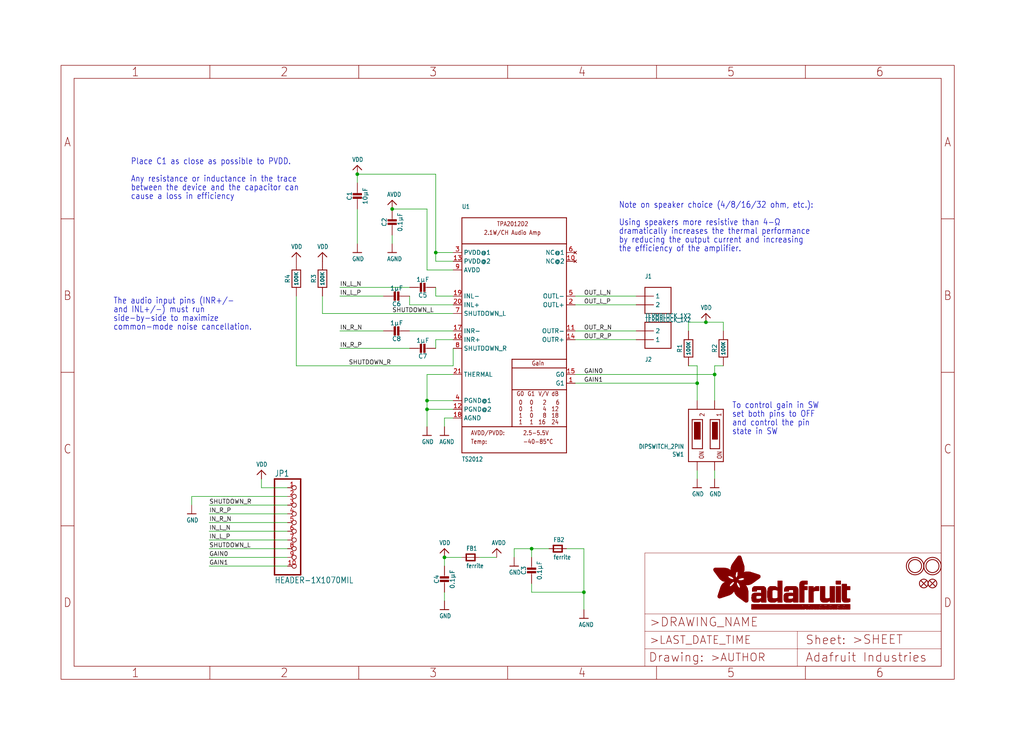
<source format=kicad_sch>
(kicad_sch (version 20211123) (generator eeschema)
  (paper "User" 298.45 217.881)
  (lib_symbols
    (symbol "eagleSchem-eagle-import:AGND" (power)
      (property "Value" "AGND" (at -1.524 -2.54 0))
      (symbol "AGND_1_0"
        (pin power_in line (at 0 2.54 270) (length 2.54) (name "AGND") (number "1"))
      )
    )
    (symbol "eagleSchem-eagle-import:AUDIOAMP_TPA2012D2"
      (property "Reference" "U" (at -15.24 33.02 0))
      (property "Value" "AUDIOAMP_TPA2012D2" (at -15.24 -40.64 0))
      (symbol "AUDIOAMP_TPA2012D2_1_0"
        (text "-40-85°C" (at 2.54 -35.56 0) (effects (font (size 1.27 1.0795)) (justify left bottom)))
        (text "0" (at 1.27 -26.035 0) (effects (font (size 1.27 1.0795)) (justify left bottom)))
        (text "0" (at 1.27 -24.13 0) (effects (font (size 1.27 1.0795)) (justify left bottom)))
        (text "0" (at 4.445 -27.94 0) (effects (font (size 1.27 1.0795)) (justify left bottom)))
        (text "0" (at 4.445 -24.13 0) (effects (font (size 1.27 1.0795)) (justify left bottom)))
        (text "1" (at 1.27 -29.845 0) (effects (font (size 1.27 1.0795)) (justify left bottom)))
        (text "1" (at 1.27 -27.94 0) (effects (font (size 1.27 1.0795)) (justify left bottom)))
        (text "1" (at 4.445 -29.845 0) (effects (font (size 1.27 1.0795)) (justify left bottom)))
        (text "1" (at 4.445 -26.035 0) (effects (font (size 1.27 1.0795)) (justify left bottom)))
        (text "12" (at 10.795 -26.035 0) (effects (font (size 1.27 1.0795)) (justify left bottom)))
        (text "16" (at 6.985 -29.845 0) (effects (font (size 1.27 1.0795)) (justify left bottom)))
        (text "18" (at 10.795 -27.94 0) (effects (font (size 1.27 1.0795)) (justify left bottom)))
        (text "2" (at 8.255 -24.13 0) (effects (font (size 1.27 1.0795)) (justify left bottom)))
        (text "2.1W/CH Audio Amp" (at -8.89 25.4 0) (effects (font (size 1.27 1.0795)) (justify left bottom)))
        (text "2.5-5.5V" (at 2.54 -33.02 0) (effects (font (size 1.27 1.0795)) (justify left bottom)))
        (text "24" (at 10.795 -29.845 0) (effects (font (size 1.27 1.0795)) (justify left bottom)))
        (text "4" (at 8.255 -26.035 0) (effects (font (size 1.27 1.0795)) (justify left bottom)))
        (text "6" (at 12.065 -24.13 0) (effects (font (size 1.27 1.0795)) (justify left bottom)))
        (text "8" (at 8.255 -27.94 0) (effects (font (size 1.27 1.0795)) (justify left bottom)))
        (text "AVDD/PVDD:" (at -12.7 -33.02 0) (effects (font (size 1.27 1.0795)) (justify left bottom)))
        (text "dB" (at 10.795 -21.59 0) (effects (font (size 1.27 1.0795)) (justify left bottom)))
        (text "G0" (at 0.635 -21.59 0) (effects (font (size 1.27 1.0795)) (justify left bottom)))
        (text "G1" (at 3.81 -21.59 0) (effects (font (size 1.27 1.0795)) (justify left bottom)))
        (text "Gain" (at 5.08 -12.7 0) (effects (font (size 1.27 1.0795)) (justify left bottom)))
        (text "Temp:" (at -12.7 -35.56 0) (effects (font (size 1.27 1.0795)) (justify left bottom)))
        (text "TPA2012D2" (at -5.08 27.94 0) (effects (font (size 1.27 1.0795)) (justify left bottom)))
        (text "V/V" (at 6.985 -21.59 0) (effects (font (size 1.27 1.0795)) (justify left bottom)))
        (pin input line (at 17.78 -17.78 180) (length 2.54) (name "G1") (number "1"))
        (pin no_connect line (at 17.78 17.78 180) (length 2.54) (name "NC@2") (number "10"))
        (pin output line (at 17.78 -2.54 180) (length 2.54) (name "OUTR-") (number "11"))
        (pin power_in line (at -17.78 -25.4 0) (length 2.54) (name "PGND@2") (number "12"))
        (pin power_in line (at -17.78 17.78 0) (length 2.54) (name "PVDD@2") (number "13"))
        (pin output line (at 17.78 -5.08 180) (length 2.54) (name "OUTR+") (number "14"))
        (pin input line (at 17.78 -15.24 180) (length 2.54) (name "G0") (number "15"))
        (pin input line (at -17.78 -5.08 0) (length 2.54) (name "INR+") (number "16"))
        (pin input line (at -17.78 -2.54 0) (length 2.54) (name "INR-") (number "17"))
        (pin power_in line (at -17.78 -27.94 0) (length 2.54) (name "AGND") (number "18"))
        (pin input line (at -17.78 7.62 0) (length 2.54) (name "INL-") (number "19"))
        (pin output line (at 17.78 5.08 180) (length 2.54) (name "OUTL+") (number "2"))
        (pin input line (at -17.78 5.08 0) (length 2.54) (name "INL+") (number "20"))
        (pin bidirectional line (at -17.78 -15.24 0) (length 2.54) (name "THERMAL") (number "21"))
        (pin power_in line (at -17.78 20.32 0) (length 2.54) (name "PVDD@1") (number "3"))
        (pin power_in line (at -17.78 -22.86 0) (length 2.54) (name "PGND@1") (number "4"))
        (pin output line (at 17.78 7.62 180) (length 2.54) (name "OUTL-") (number "5"))
        (pin no_connect line (at 17.78 20.32 180) (length 2.54) (name "NC@1") (number "6"))
        (pin input line (at -17.78 2.54 0) (length 2.54) (name "SHUTDOWN_L") (number "7"))
        (pin input line (at -17.78 -7.62 0) (length 2.54) (name "SHUTDOWN_R") (number "8"))
        (pin power_in line (at -17.78 15.24 0) (length 2.54) (name "AVDD") (number "9"))
      )
    )
    (symbol "eagleSchem-eagle-import:AVDD" (power)
      (property "Value" "AVDD" (at -1.524 1.016 0))
      (symbol "AVDD_1_0"
        (pin power_in line (at 0 -2.54 90) (length 2.54) (name "AVDD") (number "1"))
      )
    )
    (symbol "eagleSchem-eagle-import:CAP_CERAMIC_0805MP"
      (property "Reference" "C" (at -2.29 1.25 90))
      (property "Value" "CAP_CERAMIC_0805MP" (at 2.3 1.25 90))
      (symbol "CAP_CERAMIC_0805MP_1_0"
        (pin passive line (at 0 5.08 270) (length 2.54) (name "1") (number "1"))
        (pin passive line (at 0 -2.54 90) (length 2.54) (name "2") (number "2"))
      )
    )
    (symbol "eagleSchem-eagle-import:DIPSWITCH_2PIN"
      (property "Reference" "SW" (at 6.35 4.826 0))
      (property "Value" "DIPSWITCH_2PIN" (at 6.35 2.54 0))
      (symbol "DIPSWITCH_2PIN_1_0"
        (text "1" (at -3.08 -5.434 900) (effects (font (size 1.27 1.0795)) (justify right top)))
        (text "2" (at 1.83 -5.434 900) (effects (font (size 1.27 1.0795)) (justify right top)))
        (text "ON" (at -3.25 6.934 900) (effects (font (size 1.27 1.0795)) (justify right top)))
        (text "ON" (at 2 6.934 900) (effects (font (size 1.27 1.0795)) (justify right top)))
        (pin bidirectional line (at -2.54 -10.16 90) (length 2.54) (name "1OFF") (number "1OFF"))
        (pin bidirectional line (at -2.54 10.16 270) (length 2.54) (name "1ON") (number "1ON"))
        (pin bidirectional line (at 2.54 -10.16 90) (length 2.54) (name "2OFF") (number "2OFF"))
        (pin bidirectional line (at 2.54 10.16 270) (length 2.54) (name "2ON") (number "2ON"))
      )
    )
    (symbol "eagleSchem-eagle-import:FERRITE_0805MP"
      (property "Reference" "FB" (at -1.27 1.905 0))
      (property "Value" "FERRITE_0805MP" (at -1.27 -3.175 0))
      (symbol "FERRITE_0805MP_1_0"
        (pin passive line (at -2.54 0 0) (length 2.54) (name "P$1") (number "1"))
        (pin passive line (at 2.54 0 180) (length 2.54) (name "P$2") (number "2"))
      )
    )
    (symbol "eagleSchem-eagle-import:FIDUCIAL{dblquote}{dblquote}")
    (symbol "eagleSchem-eagle-import:FRAME_A4_ADAFRUIT"
      (symbol "FRAME_A4_ADAFRUIT_1_0"
        (text "1" (at 21.6958 1.905 0) (effects (font (size 2.54 2.286))))
        (text "1" (at 21.6958 177.165 0) (effects (font (size 2.54 2.286))))
        (text "2" (at 65.0875 1.905 0) (effects (font (size 2.54 2.286))))
        (text "2" (at 65.0875 177.165 0) (effects (font (size 2.54 2.286))))
        (text "3" (at 108.4792 1.905 0) (effects (font (size 2.54 2.286))))
        (text "3" (at 108.4792 177.165 0) (effects (font (size 2.54 2.286))))
        (text "4" (at 151.8708 1.905 0) (effects (font (size 2.54 2.286))))
        (text "4" (at 151.8708 177.165 0) (effects (font (size 2.54 2.286))))
        (text "5" (at 195.2625 1.905 0) (effects (font (size 2.54 2.286))))
        (text "5" (at 195.2625 177.165 0) (effects (font (size 2.54 2.286))))
        (text "6" (at 238.6542 1.905 0) (effects (font (size 2.54 2.286))))
        (text "6" (at 238.6542 177.165 0) (effects (font (size 2.54 2.286))))
        (text ">AUTHOR" (at 189.23 5.08 0) (effects (font (size 2.286 2.286)) (justify left bottom)))
        (text ">DRAWING_NAME" (at 171.45 15.24 0) (effects (font (size 2.54 2.54)) (justify left bottom)))
        (text ">LAST_DATE_TIME" (at 171.45 10.16 0) (effects (font (size 2.286 2.286)) (justify left bottom)))
        (text ">SHEET" (at 230.505 10.16 0) (effects (font (size 2.54 2.54)) (justify left bottom)))
        (text "A" (at 1.905 156.6863 0) (effects (font (size 2.54 2.286))))
        (text "A" (at 258.445 156.6863 0) (effects (font (size 2.54 2.286))))
        (text "Adafruit Industries" (at 216.916 4.953 0) (effects (font (size 2.54 2.54)) (justify left bottom)))
        (text "B" (at 1.905 111.9188 0) (effects (font (size 2.54 2.286))))
        (text "B" (at 258.445 111.9188 0) (effects (font (size 2.54 2.286))))
        (text "C" (at 1.905 67.1513 0) (effects (font (size 2.54 2.286))))
        (text "C" (at 258.445 67.1513 0) (effects (font (size 2.54 2.286))))
        (text "D" (at 1.905 22.3838 0) (effects (font (size 2.54 2.286))))
        (text "D" (at 258.445 22.3838 0) (effects (font (size 2.54 2.286))))
        (text "Drawing:" (at 171.196 4.953 0) (effects (font (size 2.54 2.54)) (justify left bottom)))
        (text "Sheet:" (at 216.916 10.033 0) (effects (font (size 2.54 2.54)) (justify left bottom)))
      )
    )
    (symbol "eagleSchem-eagle-import:GND" (power)
      (property "Value" "GND" (at -1.524 -2.54 0))
      (symbol "GND_1_0"
        (pin power_in line (at 0 2.54 270) (length 2.54) (name "GND") (number "1"))
      )
    )
    (symbol "eagleSchem-eagle-import:HEADER-1X1070MIL"
      (property "Reference" "JP" (at -6.35 13.335 0))
      (property "Value" "HEADER-1X1070MIL" (at -6.35 -17.78 0))
      (symbol "HEADER-1X1070MIL_1_0"
        (pin passive inverted (at -2.54 10.16 0) (length 2.54) (name "1") (number "1"))
        (pin passive inverted (at -2.54 -12.7 0) (length 2.54) (name "10") (number "10"))
        (pin passive inverted (at -2.54 7.62 0) (length 2.54) (name "2") (number "2"))
        (pin passive inverted (at -2.54 5.08 0) (length 2.54) (name "3") (number "3"))
        (pin passive inverted (at -2.54 2.54 0) (length 2.54) (name "4") (number "4"))
        (pin passive inverted (at -2.54 0 0) (length 2.54) (name "5") (number "5"))
        (pin passive inverted (at -2.54 -2.54 0) (length 2.54) (name "6") (number "6"))
        (pin passive inverted (at -2.54 -5.08 0) (length 2.54) (name "7") (number "7"))
        (pin passive inverted (at -2.54 -7.62 0) (length 2.54) (name "8") (number "8"))
        (pin passive inverted (at -2.54 -10.16 0) (length 2.54) (name "9") (number "9"))
      )
    )
    (symbol "eagleSchem-eagle-import:MOUNTINGHOLE2.5_THICK")
    (symbol "eagleSchem-eagle-import:RESISTOR_0805MP"
      (property "Reference" "R" (at 0 2.54 0))
      (property "Value" "RESISTOR_0805MP" (at 0 0 0))
      (symbol "RESISTOR_0805MP_1_0"
        (pin passive line (at -5.08 0 0) (length 2.54) (name "1") (number "1"))
        (pin passive line (at 5.08 0 180) (length 2.54) (name "2") (number "2"))
      )
    )
    (symbol "eagleSchem-eagle-import:TERMBLOCK_1X2"
      (property "Reference" "X" (at -2.54 7.62 0))
      (property "Value" "TERMBLOCK_1X2" (at -2.54 -5.08 0))
      (symbol "TERMBLOCK_1X2_1_0"
        (pin passive line (at -5.08 2.54 0) (length 5.08) (name "1") (number "1"))
        (pin passive line (at -5.08 0 0) (length 5.08) (name "2") (number "2"))
      )
    )
    (symbol "eagleSchem-eagle-import:VDD" (power)
      (property "Value" "VDD" (at -1.524 1.016 0))
      (symbol "VDD_1_0"
        (pin power_in line (at 0 -2.54 90) (length 2.54) (name "VDD") (number "1"))
      )
    )
  )
  (junction (at 170.18 172.72))
  (junction (at 124.46 119.38))
  (junction (at 154.94 160.02))
  (junction (at 129.54 162.56))
  (junction (at 208.28 109.22))
  (junction (at 104.14 50.8))
  (junction (at 124.46 116.84))
  (junction (at 114.3 60.96))
  (junction (at 205.74 93.98))
  (junction (at 127 73.66))
  (junction (at 203.2 111.76))
  (wire (pts (xy 167.64 111.76) (xy 203.2 111.76)))
  (wire (pts (xy 132.08 76.2) (xy 127 76.2)))
  (wire (pts (xy 167.64 109.22) (xy 208.28 109.22)))
  (wire (pts (xy 167.64 88.9) (xy 185.42 88.9)))
  (wire (pts (xy 119.38 88.9) (xy 132.08 88.9)))
  (wire (pts (xy 203.2 106.68) (xy 200.66 106.68)))
  (wire (pts (xy 132.08 73.66) (xy 127 73.66)))
  (wire (pts (xy 83.82 142.24) (xy 76.2 142.24)))
  (wire (pts (xy 154.94 170.18) (xy 154.94 172.72)))
  (wire (pts (xy 167.64 96.52) (xy 185.42 96.52)))
  (wire (pts (xy 208.28 109.22) (xy 208.28 106.68)))
  (wire (pts (xy 55.88 144.78) (xy 55.88 147.32)))
  (wire (pts (xy 165.1 160.02) (xy 170.18 160.02)))
  (wire (pts (xy 93.98 91.44) (xy 93.98 86.36)))
  (wire (pts (xy 210.82 96.52) (xy 210.82 93.98)))
  (wire (pts (xy 83.82 149.86) (xy 60.96 149.86)))
  (wire (pts (xy 127 73.66) (xy 127 50.8)))
  (wire (pts (xy 132.08 119.38) (xy 124.46 119.38)))
  (wire (pts (xy 104.14 50.8) (xy 104.14 53.34)))
  (wire (pts (xy 160.02 160.02) (xy 154.94 160.02)))
  (wire (pts (xy 127 101.6) (xy 127 99.06)))
  (wire (pts (xy 111.76 96.52) (xy 99.06 96.52)))
  (wire (pts (xy 83.82 162.56) (xy 60.96 162.56)))
  (wire (pts (xy 83.82 157.48) (xy 60.96 157.48)))
  (wire (pts (xy 203.2 137.16) (xy 203.2 139.7)))
  (wire (pts (xy 129.54 172.72) (xy 129.54 175.26)))
  (wire (pts (xy 132.08 109.22) (xy 124.46 109.22)))
  (wire (pts (xy 167.64 86.36) (xy 185.42 86.36)))
  (wire (pts (xy 55.88 144.78) (xy 83.82 144.78)))
  (wire (pts (xy 127 76.2) (xy 127 73.66)))
  (wire (pts (xy 210.82 93.98) (xy 205.74 93.98)))
  (wire (pts (xy 129.54 121.92) (xy 129.54 124.46)))
  (wire (pts (xy 203.2 116.84) (xy 203.2 111.76)))
  (wire (pts (xy 203.2 109.22) (xy 203.2 106.68)))
  (wire (pts (xy 132.08 91.44) (xy 93.98 91.44)))
  (wire (pts (xy 124.46 116.84) (xy 124.46 119.38)))
  (wire (pts (xy 200.66 93.98) (xy 205.74 93.98)))
  (wire (pts (xy 104.14 60.96) (xy 104.14 71.12)))
  (wire (pts (xy 124.46 109.22) (xy 124.46 116.84)))
  (wire (pts (xy 132.08 121.92) (xy 129.54 121.92)))
  (wire (pts (xy 170.18 172.72) (xy 170.18 177.8)))
  (wire (pts (xy 127 99.06) (xy 132.08 99.06)))
  (wire (pts (xy 208.28 106.68) (xy 210.82 106.68)))
  (wire (pts (xy 99.06 101.6) (xy 119.38 101.6)))
  (wire (pts (xy 139.7 162.56) (xy 144.78 162.56)))
  (wire (pts (xy 208.28 137.16) (xy 208.28 139.7)))
  (wire (pts (xy 83.82 154.94) (xy 60.96 154.94)))
  (wire (pts (xy 76.2 142.24) (xy 76.2 139.7)))
  (wire (pts (xy 83.82 160.02) (xy 60.96 160.02)))
  (wire (pts (xy 127 86.36) (xy 127 83.82)))
  (wire (pts (xy 119.38 96.52) (xy 132.08 96.52)))
  (wire (pts (xy 114.3 68.58) (xy 114.3 71.12)))
  (wire (pts (xy 132.08 116.84) (xy 124.46 116.84)))
  (wire (pts (xy 132.08 86.36) (xy 127 86.36)))
  (wire (pts (xy 132.08 78.74) (xy 124.46 78.74)))
  (wire (pts (xy 132.08 101.6) (xy 132.08 106.68)))
  (wire (pts (xy 149.86 160.02) (xy 149.86 162.56)))
  (wire (pts (xy 129.54 162.56) (xy 129.54 165.1)))
  (wire (pts (xy 208.28 116.84) (xy 208.28 109.22)))
  (wire (pts (xy 154.94 160.02) (xy 154.94 162.56)))
  (wire (pts (xy 167.64 99.06) (xy 185.42 99.06)))
  (wire (pts (xy 83.82 165.1) (xy 60.96 165.1)))
  (wire (pts (xy 127 50.8) (xy 104.14 50.8)))
  (wire (pts (xy 111.76 86.36) (xy 99.06 86.36)))
  (wire (pts (xy 170.18 160.02) (xy 170.18 172.72)))
  (wire (pts (xy 86.36 106.68) (xy 86.36 86.36)))
  (wire (pts (xy 99.06 83.82) (xy 119.38 83.82)))
  (wire (pts (xy 200.66 96.52) (xy 200.66 93.98)))
  (wire (pts (xy 124.46 119.38) (xy 124.46 124.46)))
  (wire (pts (xy 124.46 78.74) (xy 124.46 60.96)))
  (wire (pts (xy 83.82 152.4) (xy 60.96 152.4)))
  (wire (pts (xy 154.94 160.02) (xy 149.86 160.02)))
  (wire (pts (xy 203.2 111.76) (xy 203.2 109.22)))
  (wire (pts (xy 119.38 86.36) (xy 119.38 88.9)))
  (wire (pts (xy 132.08 106.68) (xy 86.36 106.68)))
  (wire (pts (xy 154.94 172.72) (xy 170.18 172.72)))
  (wire (pts (xy 124.46 60.96) (xy 114.3 60.96)))
  (wire (pts (xy 83.82 147.32) (xy 60.96 147.32)))
  (wire (pts (xy 129.54 162.56) (xy 134.62 162.56)))
  (text "To control gain in SW" (at 213.36 119.38 180) (effects (font (size 1.778 1.5113)) (justify left bottom)))
  (text "The audio input pins (INR+/-" (at 33.02 88.9 180) (effects (font (size 1.778 1.5113)) (justify left bottom)))
  (text "the efficiency of the amplifier." (at 180.34 73.66 180) (effects (font (size 1.778 1.5113)) (justify left bottom)))
  (text "and control the pin" (at 213.36 124.46 180) (effects (font (size 1.778 1.5113)) (justify left bottom)))
  (text "Any resistance or inductance in the trace" (at 38.1 53.34 180) (effects (font (size 1.778 1.5113)) (justify left bottom)))
  (text "set both pins to OFF" (at 213.36 121.92 180) (effects (font (size 1.778 1.5113)) (justify left bottom)))
  (text "Using speakers more resistive than 4-Ω" (at 180.34 66.04 180) (effects (font (size 1.778 1.5113)) (justify left bottom)))
  (text "Note on speaker choice (4/8/16/32 ohm, etc.):" (at 180.34 60.96 180) (effects (font (size 1.778 1.5113)) (justify left bottom)))
  (text "by reducing the output current and increasing" (at 180.34 71.12 180) (effects (font (size 1.778 1.5113)) (justify left bottom)))
  (text "cause a loss in efficiency" (at 38.1 58.42 180) (effects (font (size 1.778 1.5113)) (justify left bottom)))
  (text "side-by-side to maximize" (at 33.02 93.98 180) (effects (font (size 1.778 1.5113)) (justify left bottom)))
  (text "dramatically increases the thermal performance" (at 180.34 68.58 180) (effects (font (size 1.778 1.5113)) (justify left bottom)))
  (text "common-mode noise cancellation." (at 33.02 96.52 180) (effects (font (size 1.778 1.5113)) (justify left bottom)))
  (text "Place C1 as close as possible to PVDD." (at 38.1 48.26 180) (effects (font (size 1.778 1.5113)) (justify left bottom)))
  (text "between the device and the capacitor can" (at 38.1 55.88 180) (effects (font (size 1.778 1.5113)) (justify left bottom)))
  (text "state in SW" (at 213.36 127 180) (effects (font (size 1.778 1.5113)) (justify left bottom)))
  (text "and INL+/-) must run" (at 33.02 91.44 180) (effects (font (size 1.778 1.5113)) (justify left bottom)))
  (label "SHUTDOWN_R" (at 60.96 147.32 0) (effects (font (size 1.2446 1.2446))))
  (label "IN_L_P" (at 99.06 86.36 0) (effects (font (size 1.2446 1.2446))))
  (label "IN_R_P" (at 99.06 101.6 0) (effects (font (size 1.2446 1.2446))))
  (label "IN_R_N" (at 99.06 96.52 0) (effects (font (size 1.2446 1.2446))))
  (label "OUT_L_P" (at 170.18 88.9 0) (effects (font (size 1.2446 1.2446))))
  (label "OUT_R_P" (at 170.18 99.06 0) (effects (font (size 1.2446 1.2446))))
  (label "SHUTDOWN_R" (at 101.6 106.68 0) (effects (font (size 1.2446 1.2446))))
  (label "IN_L_N" (at 60.96 154.94 0) (effects (font (size 1.2446 1.2446))))
  (label "IN_L_P" (at 60.96 157.48 0) (effects (font (size 1.2446 1.2446))))
  (label "IN_L_N" (at 99.06 83.82 0) (effects (font (size 1.2446 1.2446))))
  (label "GAIN1" (at 170.18 111.76 0) (effects (font (size 1.2446 1.2446))))
  (label "GAIN0" (at 170.18 109.22 0) (effects (font (size 1.2446 1.2446))))
  (label "OUT_R_N" (at 170.18 96.52 0) (effects (font (size 1.2446 1.2446))))
  (label "IN_R_P" (at 60.96 149.86 0) (effects (font (size 1.2446 1.2446))))
  (label "GAIN1" (at 60.96 165.1 0) (effects (font (size 1.2446 1.2446))))
  (label "SHUTDOWN_L" (at 60.96 160.02 0) (effects (font (size 1.2446 1.2446))))
  (label "SHUTDOWN_L" (at 114.3 91.44 0) (effects (font (size 1.2446 1.2446))))
  (label "OUT_L_N" (at 170.18 86.36 0) (effects (font (size 1.2446 1.2446))))
  (label "IN_R_N" (at 60.96 152.4 0) (effects (font (size 1.2446 1.2446))))
  (label "GAIN0" (at 60.96 162.56 0) (effects (font (size 1.2446 1.2446))))
  (symbol (lib_id "eagleSchem-eagle-import:VDD") (at 86.36 73.66 0) (unit 1)
    (property "Reference" "#U$13" (effects hide))
    (property "Value" "VDD" (at 84.836 72.644 0) (effects (font (size 1.27 1.0795)) (justify left bottom)))
    (property "Footprint" "eagleSchem:" (effects hide))
  )
  (symbol (lib_id "eagleSchem-eagle-import:FERRITE_0805MP") (at 162.56 160.02 0) (unit 1)
    (property "Reference" "FB2" (at 161.29 158.115 0) (effects (font (size 1.27 1.0795)) (justify left bottom)))
    (property "Value" "ferrite" (at 161.29 163.195 0) (effects (font (size 1.27 1.0795)) (justify left bottom)))
    (property "Footprint" "eagleSchem:_0805MP" (effects hide))
  )
  (symbol (lib_id "eagleSchem-eagle-import:GND") (at 104.14 73.66 0) (unit 1)
    (property "Reference" "#U$11" (effects hide))
    (property "Value" "GND" (at 102.616 76.2 0) (effects (font (size 1.27 1.0795)) (justify left bottom)))
    (property "Footprint" "eagleSchem:" (effects hide))
  )
  (symbol (lib_id "eagleSchem-eagle-import:RESISTOR_0805MP") (at 86.36 81.28 90) (unit 1)
    (property "Reference" "R4" (at 83.82 81.28 0))
    (property "Value" "100K" (at 86.36 81.28 0) (effects (font (size 1.016 1.016) bold)))
    (property "Footprint" "eagleSchem:_0805MP" (effects hide))
  )
  (symbol (lib_id "eagleSchem-eagle-import:FIDUCIAL{dblquote}{dblquote}") (at 269.24 170.18 0) (unit 1)
    (property "Reference" "FID2" (effects hide))
    (property "Value" "FIDUCIAL{dblquote}{dblquote}" (effects hide))
    (property "Footprint" "eagleSchem:FIDUCIAL_1MM" (effects hide))
  )
  (symbol (lib_id "eagleSchem-eagle-import:GND") (at 124.46 127 0) (unit 1)
    (property "Reference" "#U$5" (effects hide))
    (property "Value" "GND" (at 122.936 129.54 0) (effects (font (size 1.27 1.0795)) (justify left bottom)))
    (property "Footprint" "eagleSchem:" (effects hide))
  )
  (symbol (lib_id "eagleSchem-eagle-import:VDD") (at 76.2 137.16 0) (unit 1)
    (property "Reference" "#U$18" (effects hide))
    (property "Value" "VDD" (at 74.676 136.144 0) (effects (font (size 1.27 1.0795)) (justify left bottom)))
    (property "Footprint" "eagleSchem:" (effects hide))
  )
  (symbol (lib_id "eagleSchem-eagle-import:FRAME_A4_ADAFRUIT") (at 17.78 198.12 0) (unit 1)
    (property "Reference" "#U$1" (effects hide))
    (property "Value" "FRAME_A4_ADAFRUIT" (effects hide))
    (property "Footprint" "eagleSchem:" (effects hide))
  )
  (symbol (lib_id "eagleSchem-eagle-import:GND") (at 203.2 142.24 0) (unit 1)
    (property "Reference" "#U$2" (effects hide))
    (property "Value" "GND" (at 201.676 144.78 0) (effects (font (size 1.27 1.0795)) (justify left bottom)))
    (property "Footprint" "eagleSchem:" (effects hide))
  )
  (symbol (lib_id "eagleSchem-eagle-import:VDD") (at 129.54 160.02 0) (unit 1)
    (property "Reference" "#U$7" (effects hide))
    (property "Value" "VDD" (at 128.016 159.004 0) (effects (font (size 1.27 1.0795)) (justify left bottom)))
    (property "Footprint" "eagleSchem:" (effects hide))
  )
  (symbol (lib_id "eagleSchem-eagle-import:VDD") (at 104.14 48.26 0) (unit 1)
    (property "Reference" "#U$10" (effects hide))
    (property "Value" "VDD" (at 102.616 47.244 0) (effects (font (size 1.27 1.0795)) (justify left bottom)))
    (property "Footprint" "eagleSchem:" (effects hide))
  )
  (symbol (lib_id "eagleSchem-eagle-import:GND") (at 55.88 149.86 0) (unit 1)
    (property "Reference" "#U$19" (effects hide))
    (property "Value" "GND" (at 54.356 152.4 0) (effects (font (size 1.27 1.0795)) (justify left bottom)))
    (property "Footprint" "eagleSchem:" (effects hide))
  )
  (symbol (lib_id "eagleSchem-eagle-import:CAP_CERAMIC_0805MP") (at 116.84 96.52 90) (unit 1)
    (property "Reference" "C8" (at 115.59 98.81 90))
    (property "Value" "1µF" (at 115.59 94.22 90))
    (property "Footprint" "eagleSchem:_0805MP" (effects hide))
  )
  (symbol (lib_id "eagleSchem-eagle-import:AGND") (at 129.54 127 0) (unit 1)
    (property "Reference" "#U$14" (effects hide))
    (property "Value" "AGND" (at 128.016 129.54 0) (effects (font (size 1.27 1.0795)) (justify left bottom)))
    (property "Footprint" "eagleSchem:" (effects hide))
  )
  (symbol (lib_id "eagleSchem-eagle-import:FERRITE_0805MP") (at 137.16 162.56 0) (unit 1)
    (property "Reference" "FB1" (at 135.89 160.655 0) (effects (font (size 1.27 1.0795)) (justify left bottom)))
    (property "Value" "ferrite" (at 135.89 165.735 0) (effects (font (size 1.27 1.0795)) (justify left bottom)))
    (property "Footprint" "eagleSchem:_0805MP" (effects hide))
  )
  (symbol (lib_id "eagleSchem-eagle-import:CAP_CERAMIC_0805MP") (at 114.3 66.04 0) (unit 1)
    (property "Reference" "C2" (at 112.01 64.79 90))
    (property "Value" "0.1µF" (at 116.6 64.79 90))
    (property "Footprint" "eagleSchem:_0805MP" (effects hide))
  )
  (symbol (lib_id "eagleSchem-eagle-import:CAP_CERAMIC_0805MP") (at 154.94 167.64 0) (unit 1)
    (property "Reference" "C3" (at 152.65 166.39 90))
    (property "Value" "0.1µF" (at 157.24 166.39 90))
    (property "Footprint" "eagleSchem:_0805MP" (effects hide))
  )
  (symbol (lib_id "eagleSchem-eagle-import:VDD") (at 93.98 73.66 0) (unit 1)
    (property "Reference" "#U$12" (effects hide))
    (property "Value" "VDD" (at 92.456 72.644 0) (effects (font (size 1.27 1.0795)) (justify left bottom)))
    (property "Footprint" "eagleSchem:" (effects hide))
  )
  (symbol (lib_id "eagleSchem-eagle-import:CAP_CERAMIC_0805MP") (at 104.14 58.42 0) (unit 1)
    (property "Reference" "C1" (at 101.85 57.17 90))
    (property "Value" "10µF" (at 106.44 57.17 90))
    (property "Footprint" "eagleSchem:_0805MP" (effects hide))
  )
  (symbol (lib_id "eagleSchem-eagle-import:GND") (at 129.54 177.8 0) (unit 1)
    (property "Reference" "#U$17" (effects hide))
    (property "Value" "GND" (at 128.016 180.34 0) (effects (font (size 1.27 1.0795)) (justify left bottom)))
    (property "Footprint" "eagleSchem:" (effects hide))
  )
  (symbol (lib_id "eagleSchem-eagle-import:FIDUCIAL{dblquote}{dblquote}") (at 271.78 170.18 0) (unit 1)
    (property "Reference" "FID1" (effects hide))
    (property "Value" "FIDUCIAL{dblquote}{dblquote}" (effects hide))
    (property "Footprint" "eagleSchem:FIDUCIAL_1MM" (effects hide))
  )
  (symbol (lib_id "eagleSchem-eagle-import:VDD") (at 205.74 91.44 0) (unit 1)
    (property "Reference" "#U$3" (effects hide))
    (property "Value" "VDD" (at 204.216 90.424 0) (effects (font (size 1.27 1.0795)) (justify left bottom)))
    (property "Footprint" "eagleSchem:" (effects hide))
  )
  (symbol (lib_id "eagleSchem-eagle-import:HEADER-1X1070MIL") (at 86.36 152.4 0) (unit 1)
    (property "Reference" "JP1" (at 80.01 139.065 0) (effects (font (size 1.778 1.5113)) (justify left bottom)))
    (property "Value" "HEADER-1X1070MIL" (at 80.01 170.18 0) (effects (font (size 1.778 1.5113)) (justify left bottom)))
    (property "Footprint" "eagleSchem:1X10_ROUND70" (effects hide))
  )
  (symbol (lib_id "eagleSchem-eagle-import:CAP_CERAMIC_0805MP") (at 124.46 83.82 90) (unit 1)
    (property "Reference" "C5" (at 123.21 86.11 90))
    (property "Value" "1µF" (at 123.21 81.52 90))
    (property "Footprint" "eagleSchem:_0805MP" (effects hide))
  )
  (symbol (lib_id "eagleSchem-eagle-import:RESISTOR_0805MP") (at 93.98 81.28 90) (unit 1)
    (property "Reference" "R3" (at 91.44 81.28 0))
    (property "Value" "100K" (at 93.98 81.28 0) (effects (font (size 1.016 1.016) bold)))
    (property "Footprint" "eagleSchem:_0805MP" (effects hide))
  )
  (symbol (lib_id "eagleSchem-eagle-import:MOUNTINGHOLE2.5_THICK") (at 271.78 165.1 0) (unit 1)
    (property "Reference" "U$20" (effects hide))
    (property "Value" "MOUNTINGHOLE2.5_THICK" (effects hide))
    (property "Footprint" "eagleSchem:MOUNTINGHOLE_2.5_PLATED_THICK" (effects hide))
  )
  (symbol (lib_id "eagleSchem-eagle-import:TERMBLOCK_1X2") (at 190.5 96.52 0) (mirror x) (unit 1)
    (property "Reference" "J2" (at 187.96 104.14 0) (effects (font (size 1.27 1.0795)) (justify left bottom)))
    (property "Value" "TERMBLOCK_1X2" (at 187.96 91.44 0) (effects (font (size 1.27 1.0795)) (justify left bottom)))
    (property "Footprint" "eagleSchem:TERMBLOCK_1X2-3.5MM" (effects hide))
  )
  (symbol (lib_id "eagleSchem-eagle-import:CAP_CERAMIC_0805MP") (at 129.54 170.18 0) (unit 1)
    (property "Reference" "C4" (at 127.25 168.93 90))
    (property "Value" "0.1µF" (at 131.84 168.93 90))
    (property "Footprint" "eagleSchem:_0805MP" (effects hide))
  )
  (symbol (lib_id "eagleSchem-eagle-import:CAP_CERAMIC_0805MP") (at 124.46 101.6 90) (unit 1)
    (property "Reference" "C7" (at 123.21 103.89 90))
    (property "Value" "1µF" (at 123.21 99.3 90))
    (property "Footprint" "eagleSchem:_0805MP" (effects hide))
  )
  (symbol (lib_id "eagleSchem-eagle-import:RESISTOR_0805MP") (at 200.66 101.6 90) (unit 1)
    (property "Reference" "R1" (at 198.12 101.6 0))
    (property "Value" "100K" (at 200.66 101.6 0) (effects (font (size 1.016 1.016) bold)))
    (property "Footprint" "eagleSchem:_0805MP" (effects hide))
  )
  (symbol (lib_id "eagleSchem-eagle-import:AGND") (at 170.18 180.34 0) (unit 1)
    (property "Reference" "#U$8" (effects hide))
    (property "Value" "AGND" (at 168.656 182.88 0) (effects (font (size 1.27 1.0795)) (justify left bottom)))
    (property "Footprint" "eagleSchem:" (effects hide))
  )
  (symbol (lib_id "eagleSchem-eagle-import:RESISTOR_0805MP") (at 210.82 101.6 90) (unit 1)
    (property "Reference" "R2" (at 208.28 101.6 0))
    (property "Value" "100K" (at 210.82 101.6 0) (effects (font (size 1.016 1.016) bold)))
    (property "Footprint" "eagleSchem:_0805MP" (effects hide))
  )
  (symbol (lib_id "eagleSchem-eagle-import:AUDIOAMP_TPA2012D2") (at 149.86 93.98 0) (unit 1)
    (property "Reference" "U1" (at 134.62 60.96 0) (effects (font (size 1.27 1.0795)) (justify left bottom)))
    (property "Value" "TS2012" (at 134.62 134.62 0) (effects (font (size 1.27 1.0795)) (justify left bottom)))
    (property "Footprint" "eagleSchem:WQFN20" (effects hide))
  )
  (symbol (lib_id "eagleSchem-eagle-import:MOUNTINGHOLE2.5_THICK") (at 266.7 165.1 0) (unit 1)
    (property "Reference" "U$21" (effects hide))
    (property "Value" "MOUNTINGHOLE2.5_THICK" (effects hide))
    (property "Footprint" "eagleSchem:MOUNTINGHOLE_2.5_PLATED_THICK" (effects hide))
  )
  (symbol (lib_id "eagleSchem-eagle-import:AVDD") (at 144.78 160.02 0) (unit 1)
    (property "Reference" "#U$9" (effects hide))
    (property "Value" "AVDD" (at 143.256 159.004 0) (effects (font (size 1.27 1.0795)) (justify left bottom)))
    (property "Footprint" "eagleSchem:" (effects hide))
  )
  (symbol (lib_id "eagleSchem-eagle-import:AGND") (at 114.3 73.66 0) (unit 1)
    (property "Reference" "#U$16" (effects hide))
    (property "Value" "AGND" (at 112.776 76.2 0) (effects (font (size 1.27 1.0795)) (justify left bottom)))
    (property "Footprint" "eagleSchem:" (effects hide))
  )
  (symbol (lib_id "eagleSchem-eagle-import:GND") (at 208.28 142.24 0) (unit 1)
    (property "Reference" "#U$4" (effects hide))
    (property "Value" "GND" (at 206.756 144.78 0) (effects (font (size 1.27 1.0795)) (justify left bottom)))
    (property "Footprint" "eagleSchem:" (effects hide))
  )
  (symbol (lib_id "eagleSchem-eagle-import:CAP_CERAMIC_0805MP") (at 116.84 86.36 90) (unit 1)
    (property "Reference" "C6" (at 115.59 88.65 90))
    (property "Value" "1µF" (at 115.59 84.06 90))
    (property "Footprint" "eagleSchem:_0805MP" (effects hide))
  )
  (symbol (lib_id "eagleSchem-eagle-import:AVDD") (at 114.3 58.42 0) (unit 1)
    (property "Reference" "#U$15" (effects hide))
    (property "Value" "AVDD" (at 112.776 57.404 0) (effects (font (size 1.27 1.0795)) (justify left bottom)))
    (property "Footprint" "eagleSchem:" (effects hide))
  )
  (symbol (lib_id "eagleSchem-eagle-import:TERMBLOCK_1X2") (at 190.5 88.9 0) (unit 1)
    (property "Reference" "J1" (at 187.96 81.28 0) (effects (font (size 1.27 1.0795)) (justify left bottom)))
    (property "Value" "TERMBLOCK_1X2" (at 187.96 93.98 0) (effects (font (size 1.27 1.0795)) (justify left bottom)))
    (property "Footprint" "eagleSchem:TERMBLOCK_1X2-3.5MM" (effects hide))
  )
  (symbol (lib_id "eagleSchem-eagle-import:GND") (at 149.86 165.1 0) (unit 1)
    (property "Reference" "#U$6" (effects hide))
    (property "Value" "GND" (at 148.336 167.64 0) (effects (font (size 1.27 1.0795)) (justify left bottom)))
    (property "Footprint" "eagleSchem:" (effects hide))
  )
  (symbol (lib_id "eagleSchem-eagle-import:DIPSWITCH_2PIN") (at 205.74 127 180) (unit 1)
    (property "Reference" "SW1" (at 199.39 131.826 0) (effects (font (size 1.27 1.0795)) (justify left bottom)))
    (property "Value" "DIPSWITCH_2PIN" (at 199.39 129.54 0) (effects (font (size 1.27 1.0795)) (justify left bottom)))
    (property "Footprint" "eagleSchem:DIPSWITCH_2PIN" (effects hide))
  )
)
</source>
